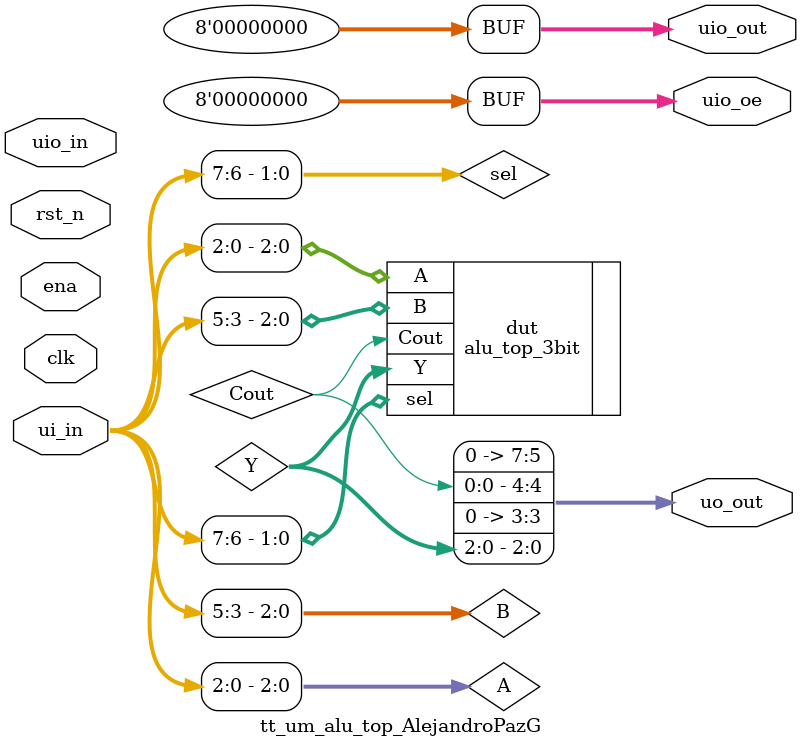
<source format=v>

module tt_um_alu_top_AlejandroPazG (
    input  [7:0] ui_in,
    output [7:0] uo_out,
    input  [7:0] uio_in,
    output [7:0] uio_out,
    output [7:0] uio_oe,
    input        ena,
    input        clk,
    input        rst_n
);

    // Entradas codificadas en ui_in
    wire [2:0] A   = ui_in[2:0];   // Bits 0-2
    wire [2:0] B   = ui_in[5:3];   // Bits 3-5
    wire [1:0] sel = ui_in[7:6];   // Bits 6-7

    wire [2:0] Y;
    wire       Cout;

    // Instancia de la ALU de 3 bits
    alu_top_3bit dut (
        .A(A),
        .B(B),
        .sel(sel),
        .Y(Y),
        .Cout(Cout)
    );

    // Resultado y carry en la salida
    assign uo_out = {4'b0000, Cout, 1'b0, Y};

    // No se usan pines bidireccionales
    assign uio_out = 8'b0;
    assign uio_oe  = 8'b0;

endmodule

</source>
